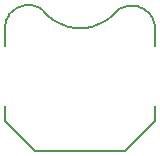
<source format=gbo>
G75*
G70*
%OFA0B0*%
%FSLAX24Y24*%
%IPPOS*%
%LPD*%
%AMOC8*
5,1,8,0,0,1.08239X$1,22.5*
%
%ADD10C,0.0080*%
D10*
X015482Y012601D02*
X016482Y011601D01*
X019482Y011601D01*
X020482Y012601D01*
X020482Y013101D01*
X020482Y015101D02*
X020482Y015701D01*
X020481Y015701D02*
X020477Y015755D01*
X020469Y015809D01*
X020457Y015862D01*
X020441Y015915D01*
X020422Y015966D01*
X020399Y016016D01*
X020373Y016064D01*
X020344Y016110D01*
X020311Y016154D01*
X020276Y016195D01*
X020237Y016234D01*
X020196Y016271D01*
X020153Y016304D01*
X020108Y016334D01*
X020060Y016361D01*
X020011Y016385D01*
X019960Y016405D01*
X019908Y016422D01*
X019855Y016435D01*
X019801Y016444D01*
X019746Y016449D01*
X019692Y016451D01*
X019637Y016449D01*
X019583Y016443D01*
X019529Y016433D01*
X019476Y016420D01*
X019424Y016403D01*
X019373Y016382D01*
X019324Y016358D01*
X019277Y016331D01*
X019232Y016300D01*
X019232Y016301D02*
X019181Y016240D01*
X019126Y016182D01*
X019069Y016126D01*
X019009Y016074D01*
X018947Y016024D01*
X018882Y015978D01*
X018815Y015935D01*
X018746Y015895D01*
X018675Y015859D01*
X018603Y015826D01*
X018528Y015797D01*
X018453Y015772D01*
X018376Y015750D01*
X018299Y015733D01*
X018220Y015719D01*
X018141Y015709D01*
X018062Y015703D01*
X017982Y015701D01*
X017902Y015703D01*
X017823Y015709D01*
X017744Y015719D01*
X017665Y015733D01*
X017588Y015750D01*
X017511Y015772D01*
X017436Y015797D01*
X017361Y015826D01*
X017289Y015859D01*
X017218Y015895D01*
X017149Y015935D01*
X017082Y015978D01*
X017017Y016024D01*
X016955Y016074D01*
X016895Y016126D01*
X016838Y016182D01*
X016783Y016240D01*
X016732Y016301D01*
X016689Y016333D01*
X016644Y016362D01*
X016596Y016388D01*
X016547Y016411D01*
X016497Y016430D01*
X016445Y016445D01*
X016392Y016457D01*
X016339Y016465D01*
X016285Y016469D01*
X016231Y016470D01*
X016177Y016466D01*
X016123Y016459D01*
X016071Y016449D01*
X016019Y016434D01*
X015968Y016416D01*
X015918Y016394D01*
X015870Y016369D01*
X015824Y016341D01*
X015781Y016309D01*
X015739Y016275D01*
X015700Y016237D01*
X015664Y016197D01*
X015630Y016155D01*
X015600Y016110D01*
X015573Y016064D01*
X015549Y016015D01*
X015529Y015965D01*
X015512Y015914D01*
X015499Y015861D01*
X015490Y015808D01*
X015484Y015755D01*
X015482Y015701D01*
X015482Y015101D01*
X015482Y013101D02*
X015482Y012601D01*
M02*

</source>
